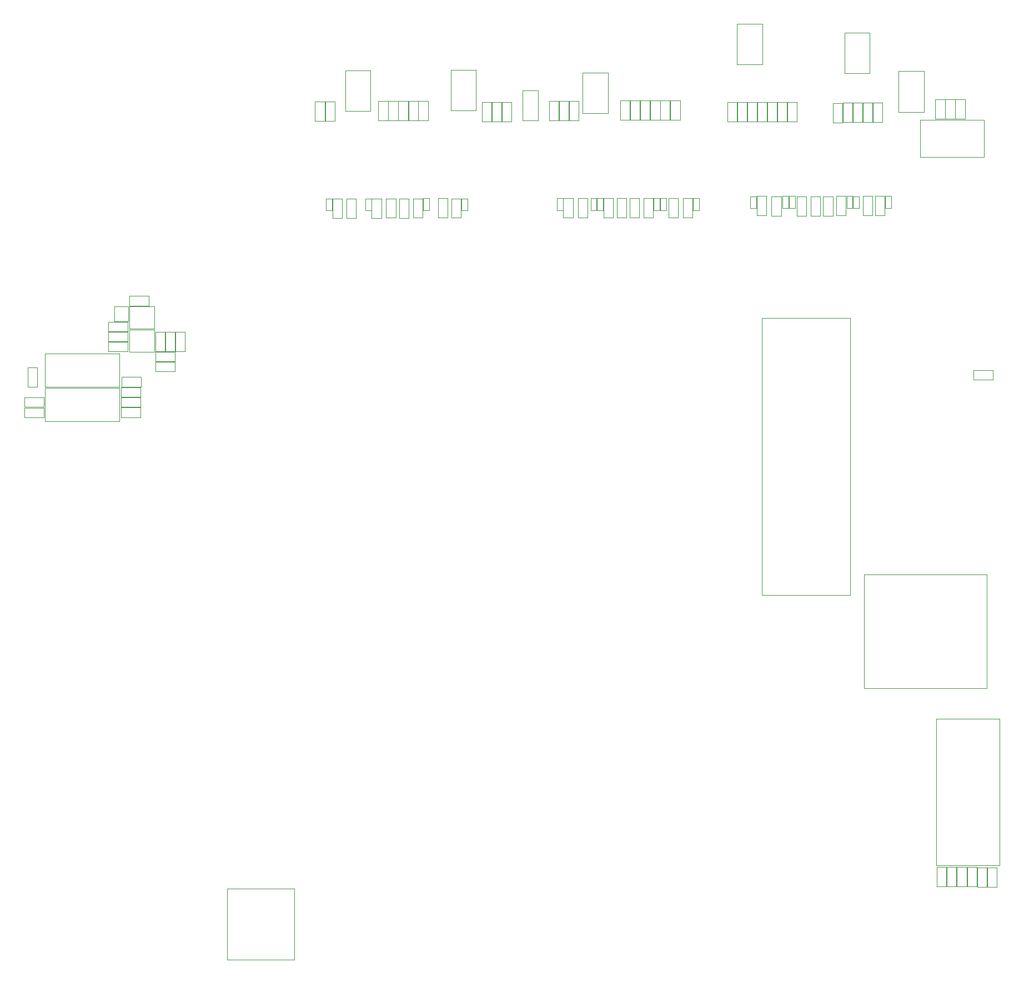
<source format=gbr>
G04 #@! TF.GenerationSoftware,KiCad,Pcbnew,8.0.0-rc1*
G04 #@! TF.CreationDate,2024-11-18T12:36:54+03:00*
G04 #@! TF.ProjectId,Movita_3566_XV_Router_V3.2,4d6f7669-7461-45f3-9335-36365f58565f,REV1*
G04 #@! TF.SameCoordinates,Original*
G04 #@! TF.FileFunction,Other,User*
%FSLAX46Y46*%
G04 Gerber Fmt 4.6, Leading zero omitted, Abs format (unit mm)*
G04 Created by KiCad (PCBNEW 8.0.0-rc1) date 2024-11-18 12:36:54*
%MOMM*%
%LPD*%
G01*
G04 APERTURE LIST*
%ADD10C,0.050000*%
%ADD11C,0.100000*%
G04 APERTURE END LIST*
D10*
X138890000Y-54910000D02*
X139810000Y-54910000D01*
X138890000Y-56730000D02*
X138890000Y-54910000D01*
X139810000Y-54910000D02*
X139810000Y-56730000D01*
X139810000Y-56730000D02*
X138890000Y-56730000D01*
X107720000Y-54920000D02*
X109180000Y-54920000D01*
X107720000Y-57880000D02*
X107720000Y-54920000D01*
X109180000Y-54920000D02*
X109180000Y-57880000D01*
X109180000Y-57880000D02*
X107720000Y-57880000D01*
X115630000Y-54915000D02*
X117090000Y-54915000D01*
X115630000Y-57875000D02*
X115630000Y-54915000D01*
X117090000Y-54915000D02*
X117090000Y-57875000D01*
X117090000Y-57875000D02*
X115630000Y-57875000D01*
X119200000Y-54920000D02*
X120120000Y-54920000D01*
X119200000Y-56740000D02*
X119200000Y-54920000D01*
X120120000Y-54920000D02*
X120120000Y-56740000D01*
X120120000Y-56740000D02*
X119200000Y-56740000D01*
X68537500Y-71370000D02*
X68537500Y-74770000D01*
X68537500Y-74770000D02*
X72377500Y-74770000D01*
X72377500Y-71370000D02*
X68537500Y-71370000D01*
X72377500Y-74770000D02*
X72377500Y-71370000D01*
X68562500Y-74910000D02*
X68562500Y-78310000D01*
X68562500Y-78310000D02*
X72402500Y-78310000D01*
X72402500Y-74910000D02*
X68562500Y-74910000D01*
X72402500Y-78310000D02*
X72402500Y-74910000D01*
X53040000Y-80700000D02*
X54500000Y-80700000D01*
X53040000Y-83660000D02*
X53040000Y-80700000D01*
X54500000Y-80700000D02*
X54500000Y-83660000D01*
X54500000Y-83660000D02*
X53040000Y-83660000D01*
X104530000Y-54930000D02*
X105450000Y-54930000D01*
X104530000Y-56750000D02*
X104530000Y-54930000D01*
X105450000Y-54930000D02*
X105450000Y-56750000D01*
X105450000Y-56750000D02*
X104530000Y-56750000D01*
X166480000Y-54585000D02*
X167940000Y-54585000D01*
X166480000Y-57545000D02*
X166480000Y-54585000D01*
X167940000Y-54585000D02*
X167940000Y-57545000D01*
X167940000Y-57545000D02*
X166480000Y-57545000D01*
X150770000Y-54915000D02*
X152230000Y-54915000D01*
X150770000Y-57875000D02*
X150770000Y-54915000D01*
X152230000Y-54915000D02*
X152230000Y-57875000D01*
X152230000Y-57875000D02*
X150770000Y-57875000D01*
X144935000Y-39975000D02*
X146395000Y-39975000D01*
X144935000Y-42935000D02*
X144935000Y-39975000D01*
X146395000Y-39975000D02*
X146395000Y-42935000D01*
X146395000Y-42935000D02*
X144935000Y-42935000D01*
D11*
X189160000Y-42910000D02*
X198860000Y-42910000D01*
X189160000Y-48610000D02*
X189160000Y-42910000D01*
X198860000Y-42910000D02*
X198860000Y-48610000D01*
X198860000Y-48610000D02*
X189160000Y-48610000D01*
X161205000Y-28290000D02*
X165055000Y-28290000D01*
X161205000Y-34485000D02*
X161205000Y-28290000D01*
X165055000Y-28290000D02*
X165055000Y-34485000D01*
X165055000Y-34485000D02*
X161205000Y-34485000D01*
D10*
X162800000Y-40240000D02*
X164260000Y-40240000D01*
X162800000Y-43200000D02*
X162800000Y-40240000D01*
X164260000Y-40240000D02*
X164260000Y-43200000D01*
X164260000Y-43200000D02*
X162800000Y-43200000D01*
X144860000Y-54900000D02*
X146320000Y-54900000D01*
X144860000Y-57860000D02*
X144860000Y-54900000D01*
X146320000Y-54900000D02*
X146320000Y-57860000D01*
X146320000Y-57860000D02*
X144860000Y-57860000D01*
X125370000Y-40205000D02*
X126830000Y-40205000D01*
X125370000Y-43165000D02*
X125370000Y-40205000D01*
X126830000Y-40205000D02*
X126830000Y-43165000D01*
X126830000Y-43165000D02*
X125370000Y-43165000D01*
X111110000Y-40090000D02*
X112570000Y-40090000D01*
X111110000Y-43050000D02*
X111110000Y-40090000D01*
X112570000Y-40090000D02*
X112570000Y-43050000D01*
X112570000Y-43050000D02*
X111110000Y-43050000D01*
X167360000Y-40230000D02*
X168820000Y-40230000D01*
X167360000Y-43190000D02*
X167360000Y-40230000D01*
X168820000Y-40230000D02*
X168820000Y-43190000D01*
X168820000Y-43190000D02*
X167360000Y-43190000D01*
X182270000Y-54570000D02*
X183730000Y-54570000D01*
X182270000Y-57530000D02*
X182270000Y-54570000D01*
X183730000Y-54570000D02*
X183730000Y-57530000D01*
X183730000Y-57530000D02*
X182270000Y-57530000D01*
X172420000Y-54590000D02*
X173880000Y-54590000D01*
X172420000Y-57550000D02*
X172420000Y-54590000D01*
X173880000Y-54590000D02*
X173880000Y-57550000D01*
X173880000Y-57550000D02*
X172420000Y-57550000D01*
X181950000Y-40345000D02*
X183410000Y-40345000D01*
X181950000Y-43305000D02*
X181950000Y-40345000D01*
X183410000Y-40345000D02*
X183410000Y-43305000D01*
X183410000Y-43305000D02*
X181950000Y-43305000D01*
X134110000Y-40100000D02*
X135570000Y-40100000D01*
X134110000Y-43060000D02*
X134110000Y-40100000D01*
X135570000Y-40100000D02*
X135570000Y-43060000D01*
X135570000Y-43060000D02*
X134110000Y-43060000D01*
X72555000Y-79840000D02*
X75515000Y-79840000D01*
X72555000Y-81300000D02*
X72555000Y-79840000D01*
X75515000Y-79840000D02*
X75515000Y-81300000D01*
X75515000Y-81300000D02*
X72555000Y-81300000D01*
X75550000Y-75270000D02*
X77010000Y-75270000D01*
X75550000Y-78230000D02*
X75550000Y-75270000D01*
X77010000Y-75270000D02*
X77010000Y-78230000D01*
X77010000Y-78230000D02*
X75550000Y-78230000D01*
X67415000Y-82180000D02*
X70375000Y-82180000D01*
X67415000Y-83640000D02*
X67415000Y-82180000D01*
X70375000Y-82180000D02*
X70375000Y-83640000D01*
X70375000Y-83640000D02*
X67415000Y-83640000D01*
X170300000Y-54590000D02*
X171760000Y-54590000D01*
X170300000Y-57550000D02*
X170300000Y-54590000D01*
X171760000Y-54590000D02*
X171760000Y-57550000D01*
X171760000Y-57550000D02*
X170300000Y-57550000D01*
X72510000Y-75280000D02*
X73970000Y-75280000D01*
X72510000Y-78240000D02*
X72510000Y-75280000D01*
X73970000Y-75280000D02*
X73970000Y-78240000D01*
X73970000Y-78240000D02*
X72510000Y-78240000D01*
X191665000Y-156935000D02*
X193125000Y-156935000D01*
X191665000Y-159895000D02*
X191665000Y-156935000D01*
X193125000Y-156935000D02*
X193125000Y-159895000D01*
X193125000Y-159895000D02*
X191665000Y-159895000D01*
X117660000Y-54920000D02*
X119120000Y-54920000D01*
X117660000Y-57880000D02*
X117660000Y-54920000D01*
X119120000Y-54920000D02*
X119120000Y-57880000D01*
X119120000Y-57880000D02*
X117660000Y-57880000D01*
X192980000Y-39815000D02*
X194440000Y-39815000D01*
X192980000Y-42775000D02*
X192980000Y-39815000D01*
X194440000Y-39815000D02*
X194440000Y-42775000D01*
X194440000Y-42775000D02*
X192980000Y-42775000D01*
X161260000Y-40240000D02*
X162720000Y-40240000D01*
X161260000Y-43200000D02*
X161260000Y-40240000D01*
X162720000Y-40240000D02*
X162720000Y-43200000D01*
X162720000Y-43200000D02*
X161260000Y-43200000D01*
X135640000Y-40100000D02*
X137100000Y-40100000D01*
X135640000Y-43060000D02*
X135640000Y-40100000D01*
X137100000Y-40100000D02*
X137100000Y-43060000D01*
X137100000Y-43060000D02*
X135640000Y-43060000D01*
X52580000Y-85260000D02*
X55540000Y-85260000D01*
X52580000Y-86720000D02*
X52580000Y-85260000D01*
X55540000Y-85260000D02*
X55540000Y-86720000D01*
X55540000Y-86720000D02*
X52580000Y-86720000D01*
X194500000Y-39815000D02*
X195960000Y-39815000D01*
X194500000Y-42775000D02*
X194500000Y-39815000D01*
X195960000Y-39815000D02*
X195960000Y-42775000D01*
X195960000Y-42775000D02*
X194500000Y-42775000D01*
X140860000Y-54910000D02*
X142320000Y-54910000D01*
X140860000Y-57870000D02*
X140860000Y-54910000D01*
X142320000Y-54910000D02*
X142320000Y-57870000D01*
X142320000Y-57870000D02*
X140860000Y-57870000D01*
X99540000Y-54930000D02*
X101000000Y-54930000D01*
X99540000Y-57890000D02*
X99540000Y-54930000D01*
X101000000Y-54930000D02*
X101000000Y-57890000D01*
X101000000Y-57890000D02*
X99540000Y-57890000D01*
D11*
X137675000Y-35710000D02*
X141525000Y-35710000D01*
X137675000Y-41905000D02*
X137675000Y-35710000D01*
X141525000Y-35710000D02*
X141525000Y-41905000D01*
X141525000Y-41905000D02*
X137675000Y-41905000D01*
D10*
X105510000Y-54930000D02*
X106970000Y-54930000D01*
X105510000Y-57890000D02*
X105510000Y-54930000D01*
X106970000Y-54930000D02*
X106970000Y-57890000D01*
X106970000Y-57890000D02*
X105510000Y-57890000D01*
X139870000Y-54910000D02*
X140790000Y-54910000D01*
X139870000Y-56730000D02*
X139870000Y-54910000D01*
X140790000Y-54910000D02*
X140790000Y-56730000D01*
X140790000Y-56730000D02*
X139870000Y-56730000D01*
X128540000Y-38445000D02*
X130840000Y-38445000D01*
X128540000Y-43045000D02*
X128540000Y-38445000D01*
X130840000Y-38445000D02*
X130840000Y-43045000D01*
X130840000Y-43045000D02*
X128540000Y-43045000D01*
X151065000Y-39965000D02*
X152525000Y-39965000D01*
X151065000Y-42925000D02*
X151065000Y-39965000D01*
X152525000Y-39965000D02*
X152525000Y-42925000D01*
X152525000Y-42925000D02*
X151065000Y-42925000D01*
X109580000Y-40085000D02*
X111040000Y-40085000D01*
X109580000Y-43045000D02*
X109580000Y-40085000D01*
X111040000Y-40085000D02*
X111040000Y-43045000D01*
X111040000Y-43045000D02*
X109580000Y-43045000D01*
X177380000Y-40345000D02*
X178840000Y-40345000D01*
X177380000Y-43305000D02*
X177380000Y-40345000D01*
X178840000Y-40345000D02*
X178840000Y-43305000D01*
X178840000Y-43305000D02*
X177380000Y-43305000D01*
X175850000Y-40365000D02*
X177310000Y-40365000D01*
X175850000Y-43325000D02*
X175850000Y-40365000D01*
X177310000Y-40365000D02*
X177310000Y-43325000D01*
X177310000Y-43325000D02*
X175850000Y-43325000D01*
X109710000Y-54930000D02*
X111170000Y-54930000D01*
X109710000Y-57890000D02*
X109710000Y-54930000D01*
X111170000Y-54930000D02*
X111170000Y-57890000D01*
X111170000Y-57890000D02*
X109710000Y-57890000D01*
X55660000Y-83800000D02*
X67060000Y-83800000D01*
X67060000Y-88900000D01*
X55660000Y-88900000D01*
X55660000Y-83800000D01*
X178860000Y-54600000D02*
X179780000Y-54600000D01*
X178860000Y-56420000D02*
X178860000Y-54600000D01*
X179780000Y-54600000D02*
X179780000Y-56420000D01*
X179780000Y-56420000D02*
X178860000Y-56420000D01*
X163240000Y-54590000D02*
X164160000Y-54590000D01*
X163240000Y-56410000D02*
X163240000Y-54590000D01*
X164160000Y-54590000D02*
X164160000Y-56410000D01*
X164160000Y-56410000D02*
X163240000Y-56410000D01*
X177920000Y-54580000D02*
X178840000Y-54580000D01*
X177920000Y-56400000D02*
X177920000Y-54580000D01*
X178840000Y-54580000D02*
X178840000Y-56400000D01*
X178840000Y-56400000D02*
X177920000Y-56400000D01*
X74030000Y-75270000D02*
X75490000Y-75270000D01*
X74030000Y-78230000D02*
X74030000Y-75270000D01*
X75490000Y-75270000D02*
X75490000Y-78230000D01*
X75490000Y-78230000D02*
X74030000Y-78230000D01*
D11*
X177600000Y-29615000D02*
X181450000Y-29615000D01*
X177600000Y-35810000D02*
X177600000Y-29615000D01*
X181450000Y-29615000D02*
X181450000Y-35810000D01*
X181450000Y-35810000D02*
X177600000Y-35810000D01*
D10*
X142870000Y-54895000D02*
X144330000Y-54895000D01*
X142870000Y-57855000D02*
X142870000Y-54895000D01*
X144330000Y-54895000D02*
X144330000Y-57855000D01*
X144330000Y-57855000D02*
X142870000Y-57855000D01*
X165840000Y-40245000D02*
X167300000Y-40245000D01*
X165840000Y-43205000D02*
X165840000Y-40245000D01*
X167300000Y-40245000D02*
X167300000Y-43205000D01*
X167300000Y-43205000D02*
X165840000Y-43205000D01*
X72550000Y-78320000D02*
X75510000Y-78320000D01*
X72550000Y-79780000D02*
X72550000Y-78320000D01*
X75510000Y-78320000D02*
X75510000Y-79780000D01*
X75510000Y-79780000D02*
X72550000Y-79780000D01*
X66280000Y-73700000D02*
X66280000Y-71400000D01*
X66280000Y-73700000D02*
X68380000Y-73700000D01*
X68380000Y-71400000D02*
X66280000Y-71400000D01*
X68380000Y-71400000D02*
X68380000Y-73700000D01*
X191609900Y-134265000D02*
X201209900Y-134265000D01*
X191609900Y-156665000D02*
X191609900Y-134265000D01*
X201209900Y-134265000D02*
X201209900Y-156665000D01*
X201209900Y-156665000D02*
X191609900Y-156665000D01*
X101690000Y-54930000D02*
X103150000Y-54930000D01*
X101690000Y-57890000D02*
X101690000Y-54930000D01*
X103150000Y-54930000D02*
X103150000Y-57890000D01*
X103150000Y-57890000D02*
X101690000Y-57890000D01*
X164320000Y-40240000D02*
X165780000Y-40240000D01*
X164320000Y-43200000D02*
X164320000Y-40240000D01*
X165780000Y-40240000D02*
X165780000Y-43200000D01*
X165780000Y-43200000D02*
X164320000Y-43200000D01*
X191450000Y-39815000D02*
X192910000Y-39815000D01*
X191450000Y-42775000D02*
X191450000Y-39815000D01*
X192910000Y-39815000D02*
X192910000Y-42775000D01*
X192910000Y-42775000D02*
X191450000Y-42775000D01*
X194745000Y-156935000D02*
X196205000Y-156935000D01*
X194745000Y-159895000D02*
X194745000Y-156935000D01*
X196205000Y-156935000D02*
X196205000Y-159895000D01*
X196205000Y-159895000D02*
X194745000Y-159895000D01*
X176360000Y-54575000D02*
X177820000Y-54575000D01*
X176360000Y-57535000D02*
X176360000Y-54575000D01*
X177820000Y-54575000D02*
X177820000Y-57535000D01*
X177820000Y-57535000D02*
X176360000Y-57535000D01*
X159740000Y-40230000D02*
X161200000Y-40230000D01*
X159740000Y-43190000D02*
X159740000Y-40230000D01*
X161200000Y-40230000D02*
X161200000Y-43190000D01*
X161200000Y-43190000D02*
X159740000Y-43190000D01*
X112630000Y-40080000D02*
X114090000Y-40080000D01*
X112630000Y-43040000D02*
X112630000Y-40080000D01*
X114090000Y-40080000D02*
X114090000Y-43040000D01*
X114090000Y-43040000D02*
X112630000Y-43040000D01*
X132580000Y-40085000D02*
X134040000Y-40085000D01*
X132580000Y-43045000D02*
X132580000Y-40085000D01*
X134040000Y-40085000D02*
X134040000Y-43045000D01*
X134040000Y-43045000D02*
X132580000Y-43045000D01*
X146960000Y-54900000D02*
X148420000Y-54900000D01*
X146960000Y-57860000D02*
X146960000Y-54900000D01*
X148420000Y-54900000D02*
X148420000Y-57860000D01*
X148420000Y-57860000D02*
X146960000Y-57860000D01*
X98430000Y-40125000D02*
X99890000Y-40125000D01*
X98430000Y-43085000D02*
X98430000Y-40125000D01*
X99890000Y-40125000D02*
X99890000Y-43085000D01*
X99890000Y-43085000D02*
X98430000Y-43085000D01*
X180430000Y-40345000D02*
X181890000Y-40345000D01*
X180430000Y-43305000D02*
X180430000Y-40345000D01*
X181890000Y-40345000D02*
X181890000Y-43305000D01*
X181890000Y-43305000D02*
X180430000Y-43305000D01*
X152950000Y-54915000D02*
X154410000Y-54915000D01*
X152950000Y-57875000D02*
X152950000Y-54915000D01*
X154410000Y-54915000D02*
X154410000Y-57875000D01*
X154410000Y-57875000D02*
X152950000Y-57875000D01*
X148005000Y-39980000D02*
X149465000Y-39980000D01*
X148005000Y-42940000D02*
X148005000Y-39980000D01*
X149465000Y-39980000D02*
X149465000Y-42940000D01*
X149465000Y-42940000D02*
X148005000Y-42940000D01*
X134720000Y-54900000D02*
X136180000Y-54900000D01*
X134720000Y-57860000D02*
X134720000Y-54900000D01*
X136180000Y-54900000D02*
X136180000Y-57860000D01*
X136180000Y-57860000D02*
X134720000Y-57860000D01*
X108050000Y-40085000D02*
X109510000Y-40085000D01*
X108050000Y-43045000D02*
X108050000Y-40085000D01*
X109510000Y-40085000D02*
X109510000Y-43045000D01*
X109510000Y-43045000D02*
X108050000Y-43045000D01*
X197815000Y-156955000D02*
X199275000Y-156955000D01*
X197815000Y-159915000D02*
X197815000Y-156955000D01*
X199275000Y-156955000D02*
X199275000Y-159915000D01*
X199275000Y-159915000D02*
X197815000Y-159915000D01*
X197240000Y-81120000D02*
X200200000Y-81120000D01*
X197240000Y-82580000D02*
X197240000Y-81120000D01*
X200200000Y-81120000D02*
X200200000Y-82580000D01*
X200200000Y-82580000D02*
X197240000Y-82580000D01*
X52580000Y-86850000D02*
X55540000Y-86850000D01*
X52580000Y-88310000D02*
X52580000Y-86850000D01*
X55540000Y-86850000D02*
X55540000Y-88310000D01*
X55540000Y-88310000D02*
X52580000Y-88310000D01*
X67300000Y-85290000D02*
X70260000Y-85290000D01*
X67300000Y-86750000D02*
X67300000Y-85290000D01*
X70260000Y-85290000D02*
X70260000Y-86750000D01*
X70260000Y-86750000D02*
X67300000Y-86750000D01*
X122340000Y-40195000D02*
X123800000Y-40195000D01*
X122340000Y-43155000D02*
X122340000Y-40195000D01*
X123800000Y-40195000D02*
X123800000Y-43155000D01*
X123800000Y-43155000D02*
X122340000Y-43155000D01*
X154490000Y-54915000D02*
X155410000Y-54915000D01*
X154490000Y-56735000D02*
X154490000Y-54915000D01*
X155410000Y-54915000D02*
X155410000Y-56735000D01*
X155410000Y-56735000D02*
X154490000Y-56735000D01*
X164230000Y-54580000D02*
X165690000Y-54580000D01*
X164230000Y-57540000D02*
X164230000Y-54580000D01*
X165690000Y-54580000D02*
X165690000Y-57540000D01*
X165690000Y-57540000D02*
X164230000Y-57540000D01*
X174350000Y-54590000D02*
X175810000Y-54590000D01*
X174350000Y-57550000D02*
X174350000Y-54590000D01*
X175810000Y-54590000D02*
X175810000Y-57550000D01*
X175810000Y-57550000D02*
X174350000Y-57550000D01*
X111845000Y-54920000D02*
X113305000Y-54920000D01*
X111845000Y-57880000D02*
X111845000Y-54920000D01*
X113305000Y-54920000D02*
X113305000Y-57880000D01*
X113305000Y-57880000D02*
X111845000Y-57880000D01*
X165034920Y-115380000D02*
X165034920Y-73165000D01*
X178434920Y-73165000D02*
X165034920Y-73165000D01*
X178434920Y-115380000D02*
X165034920Y-115380000D01*
X178434920Y-115380000D02*
X178434920Y-73165000D01*
X169170000Y-54580000D02*
X170090000Y-54580000D01*
X169170000Y-56400000D02*
X169170000Y-54580000D01*
X170090000Y-54580000D02*
X170090000Y-56400000D01*
X170090000Y-56400000D02*
X169170000Y-56400000D01*
D11*
X101460000Y-35430000D02*
X105310000Y-35430000D01*
X101460000Y-41625000D02*
X101460000Y-35430000D01*
X105310000Y-35430000D02*
X105310000Y-41625000D01*
X105310000Y-41625000D02*
X101460000Y-41625000D01*
D10*
X65320000Y-73770000D02*
X68280000Y-73770000D01*
X65320000Y-75230000D02*
X65320000Y-73770000D01*
X68280000Y-73770000D02*
X68280000Y-75230000D01*
X68280000Y-75230000D02*
X65320000Y-75230000D01*
X67315000Y-83750000D02*
X70275000Y-83750000D01*
X67315000Y-85210000D02*
X67315000Y-83750000D01*
X70275000Y-83750000D02*
X70275000Y-85210000D01*
X70275000Y-85210000D02*
X67315000Y-85210000D01*
X196285000Y-156940000D02*
X197745000Y-156940000D01*
X196285000Y-159900000D02*
X196285000Y-156940000D01*
X197745000Y-156940000D02*
X197745000Y-159900000D01*
X197745000Y-159900000D02*
X196285000Y-159900000D01*
D11*
X185840000Y-35525000D02*
X189690000Y-35525000D01*
X185840000Y-41720000D02*
X185840000Y-35525000D01*
X189690000Y-35525000D02*
X189690000Y-41720000D01*
X189690000Y-41720000D02*
X185840000Y-41720000D01*
D10*
X96870000Y-40135000D02*
X98330000Y-40135000D01*
X96870000Y-43095000D02*
X96870000Y-40135000D01*
X98330000Y-40135000D02*
X98330000Y-43095000D01*
X98330000Y-43095000D02*
X96870000Y-43095000D01*
X148500000Y-54900000D02*
X149420000Y-54900000D01*
X148500000Y-56720000D02*
X148500000Y-54900000D01*
X149420000Y-54900000D02*
X149420000Y-56720000D01*
X149420000Y-56720000D02*
X148500000Y-56720000D01*
X146475000Y-39980000D02*
X147935000Y-39980000D01*
X146475000Y-42940000D02*
X146475000Y-39980000D01*
X147935000Y-39980000D02*
X147935000Y-42940000D01*
X147935000Y-42940000D02*
X146475000Y-42940000D01*
X180390000Y-54580000D02*
X181850000Y-54580000D01*
X180390000Y-57540000D02*
X180390000Y-54580000D01*
X181850000Y-54580000D02*
X181850000Y-57540000D01*
X181850000Y-57540000D02*
X180390000Y-57540000D01*
X133740000Y-54900000D02*
X134660000Y-54900000D01*
X133740000Y-56720000D02*
X133740000Y-54900000D01*
X134660000Y-54900000D02*
X134660000Y-56720000D01*
X134660000Y-56720000D02*
X133740000Y-56720000D01*
X123850000Y-40200000D02*
X125310000Y-40200000D01*
X123850000Y-43160000D02*
X123850000Y-40200000D01*
X125310000Y-40200000D02*
X125310000Y-43160000D01*
X125310000Y-43160000D02*
X123850000Y-43160000D01*
X143375000Y-39965000D02*
X144835000Y-39965000D01*
X143375000Y-42925000D02*
X143375000Y-39965000D01*
X144835000Y-39965000D02*
X144835000Y-42925000D01*
X144835000Y-42925000D02*
X143375000Y-42925000D01*
X199340000Y-156960000D02*
X200800000Y-156960000D01*
X199340000Y-159920000D02*
X199340000Y-156960000D01*
X200800000Y-156960000D02*
X200800000Y-159920000D01*
X200800000Y-159920000D02*
X199340000Y-159920000D01*
X168910000Y-40230000D02*
X170370000Y-40230000D01*
X168910000Y-43190000D02*
X168910000Y-40230000D01*
X170370000Y-40230000D02*
X170370000Y-43190000D01*
X170370000Y-43190000D02*
X168910000Y-43190000D01*
X67300000Y-86830000D02*
X70260000Y-86830000D01*
X67300000Y-88290000D02*
X67300000Y-86830000D01*
X70260000Y-86830000D02*
X70260000Y-88290000D01*
X70260000Y-88290000D02*
X67300000Y-88290000D01*
X65320000Y-75280000D02*
X68280000Y-75280000D01*
X65320000Y-76740000D02*
X65320000Y-75280000D01*
X68280000Y-75280000D02*
X68280000Y-76740000D01*
X68280000Y-76740000D02*
X65320000Y-76740000D01*
D11*
X117550000Y-35340000D02*
X121400000Y-35340000D01*
X117550000Y-41535000D02*
X117550000Y-35340000D01*
X121400000Y-35340000D02*
X121400000Y-41535000D01*
X121400000Y-41535000D02*
X117550000Y-41535000D01*
D10*
X183800000Y-54580000D02*
X184720000Y-54580000D01*
X183800000Y-56400000D02*
X183800000Y-54580000D01*
X184720000Y-54580000D02*
X184720000Y-56400000D01*
X184720000Y-56400000D02*
X183800000Y-56400000D01*
X149525000Y-39965000D02*
X150985000Y-39965000D01*
X149525000Y-42925000D02*
X149525000Y-39965000D01*
X150985000Y-39965000D02*
X150985000Y-42925000D01*
X150985000Y-42925000D02*
X149525000Y-42925000D01*
X68530000Y-69800000D02*
X71490000Y-69800000D01*
X68530000Y-71260000D02*
X68530000Y-69800000D01*
X71490000Y-69800000D02*
X71490000Y-71260000D01*
X71490000Y-71260000D02*
X68530000Y-71260000D01*
X168130000Y-54570000D02*
X169050000Y-54570000D01*
X168130000Y-56390000D02*
X168130000Y-54570000D01*
X169050000Y-54570000D02*
X169050000Y-56390000D01*
X169050000Y-56390000D02*
X168130000Y-56390000D01*
X98550000Y-54930000D02*
X99470000Y-54930000D01*
X98550000Y-56750000D02*
X98550000Y-54930000D01*
X99470000Y-54930000D02*
X99470000Y-56750000D01*
X99470000Y-56750000D02*
X98550000Y-56750000D01*
X55682500Y-78547500D02*
X67082500Y-78547500D01*
X67082500Y-83647500D01*
X55682500Y-83647500D01*
X55682500Y-78547500D01*
X83470000Y-160200000D02*
X83470000Y-171000000D01*
X83470000Y-171000000D02*
X93700000Y-171000000D01*
X93700000Y-160200000D02*
X83470000Y-160200000D01*
X93700000Y-171000000D02*
X93700000Y-160200000D01*
X178890000Y-40345000D02*
X180350000Y-40345000D01*
X178890000Y-43305000D02*
X178890000Y-40345000D01*
X180350000Y-40345000D02*
X180350000Y-43305000D01*
X180350000Y-43305000D02*
X178890000Y-43305000D01*
X113370000Y-54910000D02*
X114290000Y-54910000D01*
X113370000Y-56730000D02*
X113370000Y-54910000D01*
X114290000Y-54910000D02*
X114290000Y-56730000D01*
X114290000Y-56730000D02*
X113370000Y-56730000D01*
X65330000Y-76820000D02*
X68290000Y-76820000D01*
X65330000Y-78280000D02*
X65330000Y-76820000D01*
X68290000Y-76820000D02*
X68290000Y-78280000D01*
X68290000Y-78280000D02*
X65330000Y-78280000D01*
X106520000Y-40080000D02*
X107980000Y-40080000D01*
X106520000Y-43040000D02*
X106520000Y-40080000D01*
X107980000Y-40080000D02*
X107980000Y-43040000D01*
X107980000Y-43040000D02*
X106520000Y-43040000D01*
X193195000Y-156935000D02*
X194655000Y-156935000D01*
X193195000Y-159895000D02*
X193195000Y-156935000D01*
X194655000Y-156935000D02*
X194655000Y-159895000D01*
X194655000Y-159895000D02*
X193195000Y-159895000D01*
X136970000Y-54900000D02*
X138430000Y-54900000D01*
X136970000Y-57860000D02*
X136970000Y-54900000D01*
X138430000Y-54900000D02*
X138430000Y-57860000D01*
X138430000Y-57860000D02*
X136970000Y-57860000D01*
D11*
X180580000Y-112300000D02*
X199280000Y-112300000D01*
X180580000Y-129600000D02*
X180580000Y-112300000D01*
X199280000Y-112300000D02*
X199280000Y-129600000D01*
X199280000Y-129600000D02*
X180580000Y-129600000D01*
D10*
X149500000Y-54900000D02*
X150420000Y-54900000D01*
X149500000Y-56720000D02*
X149500000Y-54900000D01*
X150420000Y-54900000D02*
X150420000Y-56720000D01*
X150420000Y-56720000D02*
X149500000Y-56720000D01*
M02*

</source>
